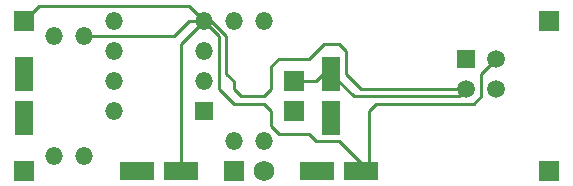
<source format=gbl>
G04 (created by PCBNEW (22-Jun-2014 BZR 4027)-stable) date Wed 28 Mar 2018 02:05:40 AM CDT*
%MOIN*%
G04 Gerber Fmt 3.4, Leading zero omitted, Abs format*
%FSLAX34Y34*%
G01*
G70*
G90*
G04 APERTURE LIST*
%ADD10C,0.00590551*%
%ADD11R,0.059X0.059*%
%ADD12C,0.059*%
%ADD13R,0.069X0.069*%
%ADD14O,0.059X0.059*%
%ADD15R,0.059X0.114*%
%ADD16R,0.114X0.059*%
%ADD17C,0.069*%
%ADD18C,0.01*%
G04 APERTURE END LIST*
G54D10*
G54D11*
X79750Y-55250D03*
G54D12*
X80750Y-56250D03*
X80750Y-55250D03*
X79750Y-56250D03*
G54D13*
X65000Y-59000D03*
X65000Y-54000D03*
X74000Y-57000D03*
X74000Y-56000D03*
G54D14*
X66000Y-54500D03*
X66000Y-58500D03*
X67000Y-58500D03*
X67000Y-54500D03*
X72000Y-54000D03*
X72000Y-58000D03*
G54D11*
X71000Y-57000D03*
G54D14*
X71000Y-56000D03*
X71000Y-55000D03*
X71000Y-54000D03*
X68000Y-54000D03*
X68000Y-55000D03*
X68000Y-57000D03*
X68000Y-56000D03*
G54D15*
X75250Y-57225D03*
X75250Y-55775D03*
X65000Y-55775D03*
X65000Y-57225D03*
G54D16*
X68775Y-59000D03*
X70225Y-59000D03*
X74775Y-59000D03*
X76225Y-59000D03*
G54D14*
X73000Y-58000D03*
X73000Y-54000D03*
G54D13*
X72000Y-59000D03*
G54D17*
X73000Y-59000D03*
G54D13*
X82500Y-54000D03*
X82500Y-59000D03*
G54D18*
X80000Y-56750D02*
X80250Y-56500D01*
X76750Y-56750D02*
X80000Y-56750D01*
X76500Y-57000D02*
X76750Y-56750D01*
X76500Y-59000D02*
X76500Y-57000D01*
X80250Y-55750D02*
X80750Y-55250D01*
X80250Y-56500D02*
X80250Y-55750D01*
X79250Y-56500D02*
X79500Y-56500D01*
X79500Y-56500D02*
X79750Y-56250D01*
X79000Y-56250D02*
X79750Y-56250D01*
X79000Y-56250D02*
X76250Y-56250D01*
X76250Y-56250D02*
X75750Y-55750D01*
X75750Y-55750D02*
X75750Y-55250D01*
X75750Y-55250D02*
X75750Y-55000D01*
X75750Y-55000D02*
X75500Y-54750D01*
X75500Y-54750D02*
X75000Y-54750D01*
X75000Y-54750D02*
X74500Y-55250D01*
X74500Y-55250D02*
X73500Y-55250D01*
X73500Y-55250D02*
X73250Y-55500D01*
X73250Y-55500D02*
X73250Y-56250D01*
X73250Y-56250D02*
X73000Y-56500D01*
X73000Y-56500D02*
X72250Y-56500D01*
X72250Y-56500D02*
X72000Y-56250D01*
X72000Y-56250D02*
X72000Y-56000D01*
X71750Y-55750D02*
X72000Y-56000D01*
X71750Y-54500D02*
X71750Y-55750D01*
X71500Y-54250D02*
X71750Y-54500D01*
X71250Y-54000D02*
X71500Y-54250D01*
X71000Y-54000D02*
X71250Y-54000D01*
X75250Y-55750D02*
X75250Y-55500D01*
X76000Y-56500D02*
X75250Y-55750D01*
X79250Y-56500D02*
X76000Y-56500D01*
X71000Y-54000D02*
X71500Y-54500D01*
X75500Y-58000D02*
X76500Y-59000D01*
X74750Y-58000D02*
X75500Y-58000D01*
X74500Y-57750D02*
X74750Y-58000D01*
X73500Y-57750D02*
X74500Y-57750D01*
X73250Y-57500D02*
X73500Y-57750D01*
X73250Y-57000D02*
X73250Y-57500D01*
X73000Y-56750D02*
X73250Y-57000D01*
X72000Y-56750D02*
X73000Y-56750D01*
X71500Y-56250D02*
X72000Y-56750D01*
X71500Y-56000D02*
X71500Y-56250D01*
X71500Y-54500D02*
X71500Y-56000D01*
X74000Y-56000D02*
X74750Y-56000D01*
X74750Y-56000D02*
X75250Y-55500D01*
X70500Y-59000D02*
X70250Y-58750D01*
X70250Y-54750D02*
X71000Y-54000D01*
X70250Y-58750D02*
X70250Y-54750D01*
X67000Y-54500D02*
X70000Y-54500D01*
X70000Y-54500D02*
X70500Y-54000D01*
X70500Y-54000D02*
X71000Y-54000D01*
X65000Y-54000D02*
X65500Y-53500D01*
X70500Y-53500D02*
X71000Y-54000D01*
X65500Y-53500D02*
X70500Y-53500D01*
M02*

</source>
